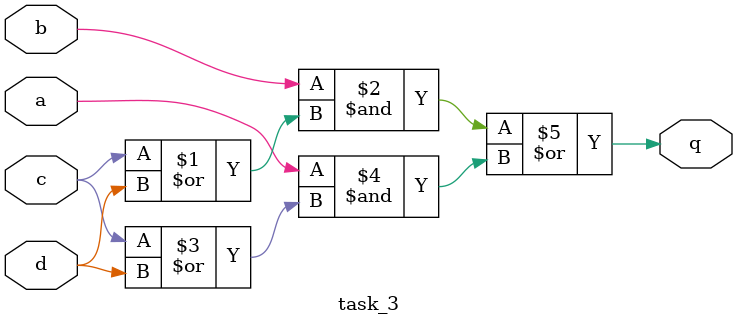
<source format=v>


module task_3(
	input a, b, c, d,
    output q );

assign q = b & (c | d) | a & (c | d);

endmodule
</source>
